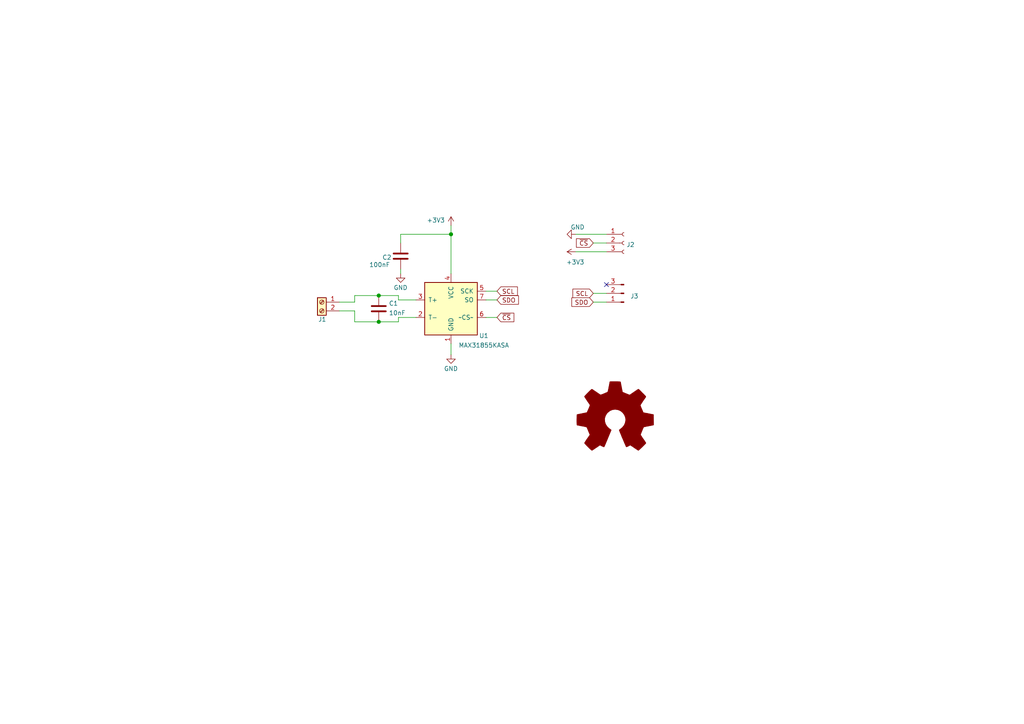
<source format=kicad_sch>
(kicad_sch (version 20210621) (generator eeschema)
  (paper "A4")
  (lib_symbols
    (symbol "Connector:Conn_01x03_Female" (pin_names (offset 1.016) hide)
      (property "Reference" "J" (at 0 5.08 0))
      (property "Value" "Conn_01x03_Female" (at 0 -5.08 0))
      (symbol "Conn_01x03_Female_1_1"
        (arc (start 0 -2.032) (end 0 -3.048) (radius (at 0 -2.54) (length 0.508) (angles 90.1 -90.1)) (stroke (width 0.1524)))
        (arc (start 0 0.508) (end 0 -0.508) (radius (at 0 0) (length 0.508) (angles 90.1 -90.1)) (stroke (width 0.1524)))
        (arc (start 0 3.048) (end 0 2.032) (radius (at 0 2.54) (length 0.508) (angles 90.1 -90.1)) (stroke (width 0.1524)))
        (polyline (pts (xy -1.27 -2.54) (xy -0.508 -2.54)) (stroke (width 0.1524)))
        (polyline (pts (xy -1.27 0) (xy -0.508 0)) (stroke (width 0.1524)))
        (polyline (pts (xy -1.27 2.54) (xy -0.508 2.54)) (stroke (width 0.1524)))
        (pin passive line (at -5.08 2.54 0) (length 3.81) (name "Pin_1") (number "1"))
        (pin passive line (at -5.08 0 0) (length 3.81) (name "Pin_2") (number "2"))
        (pin passive line (at -5.08 -2.54 0) (length 3.81) (name "Pin_3") (number "3"))
      )
    )
    (symbol "Connector:Conn_01x03_Male" (pin_names (offset 1.016) hide)
      (property "Reference" "J" (at 0 5.08 0))
      (property "Value" "Conn_01x03_Male" (at 0 -5.08 0))
      (symbol "Conn_01x03_Male_1_1"
        (rectangle (start 0.8636 -2.413) (end 0 -2.667) (stroke (width 0.1524)) (fill (type outline)))
        (rectangle (start 0.8636 0.127) (end 0 -0.127) (stroke (width 0.1524)) (fill (type outline)))
        (rectangle (start 0.8636 2.667) (end 0 2.413) (stroke (width 0.1524)) (fill (type outline)))
        (polyline (pts (xy 1.27 -2.54) (xy 0.8636 -2.54)) (stroke (width 0.1524)))
        (polyline (pts (xy 1.27 0) (xy 0.8636 0)) (stroke (width 0.1524)))
        (polyline (pts (xy 1.27 2.54) (xy 0.8636 2.54)) (stroke (width 0.1524)))
        (pin passive line (at 5.08 2.54 180) (length 3.81) (name "Pin_1") (number "1"))
        (pin passive line (at 5.08 0 180) (length 3.81) (name "Pin_2") (number "2"))
        (pin passive line (at 5.08 -2.54 180) (length 3.81) (name "Pin_3") (number "3"))
      )
    )
    (symbol "Connector:Screw_Terminal_01x02" (pin_names (offset 1.016) hide)
      (property "Reference" "J" (at 0 2.54 0))
      (property "Value" "Screw_Terminal_01x02" (at 0 -5.08 0))
      (symbol "Screw_Terminal_01x02_1_1"
        (circle (center 0 -2.54) (radius 0.635) (stroke (width 0.1524)))
        (circle (center 0 0) (radius 0.635) (stroke (width 0.1524)))
        (rectangle (start -1.27 1.27) (end 1.27 -3.81) (stroke (width 0.254)) (fill (type background)))
        (polyline (pts (xy -0.5334 -2.2098) (xy 0.3302 -3.048)) (stroke (width 0.1524)))
        (polyline (pts (xy -0.5334 0.3302) (xy 0.3302 -0.508)) (stroke (width 0.1524)))
        (polyline (pts (xy -0.3556 -2.032) (xy 0.508 -2.8702)) (stroke (width 0.1524)))
        (polyline (pts (xy -0.3556 0.508) (xy 0.508 -0.3302)) (stroke (width 0.1524)))
        (pin passive line (at -5.08 0 0) (length 3.81) (name "Pin_1") (number "1"))
        (pin passive line (at -5.08 -2.54 0) (length 3.81) (name "Pin_2") (number "2"))
      )
    )
    (symbol "Device:C" (pin_numbers hide) (pin_names (offset 0.254))
      (property "Reference" "C" (at 0.635 2.54 0))
      (property "Value" "C" (at 0.635 -2.54 0))
      (symbol "C_0_1"
        (polyline (pts (xy -2.032 -0.762) (xy 2.032 -0.762)) (stroke (width 0.508)))
        (polyline (pts (xy -2.032 0.762) (xy 2.032 0.762)) (stroke (width 0.508)))
      )
      (symbol "C_1_1"
        (pin passive line (at 0 3.81 270) (length 2.794) (name "~") (number "1"))
        (pin passive line (at 0 -3.81 90) (length 2.794) (name "~") (number "2"))
      )
    )
    (symbol "Graphic:Logo_Open_Hardware_Large" (pin_names (offset 1.016))
      (symbol "Logo_Open_Hardware_Large_1_1"
        (polyline (pts (xy 6.731 -8.7122) (xy 6.6294 -8.6614) (xy 6.35 -8.4836) (xy 5.9944 -8.255) (xy 5.5372 -7.9502) (xy 5.1054 -7.6454) (xy 4.7498 -7.4168) (xy 4.4958 -7.239) (xy 4.3942 -7.1882) (xy 4.318 -7.2136) (xy 4.1148 -7.3152) (xy 3.81 -7.4676) (xy 3.6322 -7.5692) (xy 3.3528 -7.6708) (xy 3.2258 -7.6962) (xy 3.2004 -7.6708) (xy 3.0988 -7.4676) (xy 2.9464 -7.0866) (xy 2.7178 -6.604) (xy 2.4892 -6.0452) (xy 2.2352 -5.4356) (xy 1.9558 -4.826) (xy 1.7272 -4.2164) (xy 1.4986 -3.683) (xy 1.3208 -3.2512) (xy 1.2192 -2.9464) (xy 1.1684 -2.8194) (xy 1.1938 -2.794) (xy 1.3208 -2.667) (xy 1.5748 -2.4892) (xy 2.0828 -2.0574) (xy 2.6162 -1.397) (xy 2.921 -0.6604) (xy 3.048 0.1524) (xy 2.9464 0.9144) (xy 2.6416 1.6256) (xy 2.1336 2.286) (xy 1.524 2.7686) (xy 0.8128 3.0734) (xy 0 3.175) (xy -0.762 3.0988) (xy -1.4986 2.794) (xy -2.159 2.286) (xy -2.4384 1.9812) (xy -2.8194 1.3208) (xy -3.048 0.6096) (xy -3.0734 0.4318) (xy -3.0226 -0.3556) (xy -2.794 -1.0922) (xy -2.3876 -1.7526) (xy -1.8288 -2.3114) (xy -1.7526 -2.3622) (xy -1.4732 -2.5654) (xy -1.2954 -2.6924) (xy -1.1684 -2.8194) (xy -2.159 -5.207) (xy -2.3114 -5.588) (xy -2.5908 -6.2484) (xy -2.8194 -6.8072) (xy -3.0226 -7.2644) (xy -3.1496 -7.5692) (xy -3.2258 -7.6708) (xy -3.2258 -7.6962) (xy -3.302 -7.6962) (xy -3.4798 -7.6454) (xy -3.8354 -7.4676) (xy -4.0386 -7.366) (xy -4.2926 -7.239) (xy -4.4196 -7.1882) (xy -4.5212 -7.239) (xy -4.7498 -7.3914) (xy -5.1054 -7.6454) (xy -5.5372 -7.9248) (xy -5.9436 -8.2042) (xy -6.3246 -8.4582) (xy -6.604 -8.636) (xy -6.731 -8.7122) (xy -6.7564 -8.7122) (xy -6.858 -8.636) (xy -7.0866 -8.4582) (xy -7.4168 -8.1534) (xy -7.874 -7.6962) (xy -7.9502 -7.62) (xy -8.3312 -7.239) (xy -8.636 -6.9088) (xy -8.8392 -6.6802) (xy -8.9154 -6.5786) (xy -8.9154 -6.5786) (xy -8.8392 -6.4516) (xy -8.6614 -6.1722) (xy -8.4328 -5.7912) (xy -8.128 -5.3594) (xy -7.3152 -4.191) (xy -7.7724 -3.0988) (xy -7.8994 -2.7686) (xy -8.0772 -2.3622) (xy -8.2042 -2.0828) (xy -8.255 -1.9558) (xy -8.382 -1.905) (xy -8.6614 -1.8542) (xy -9.0932 -1.7526) (xy -9.6266 -1.651) (xy -10.1092 -1.5748) (xy -10.541 -1.4732) (xy -10.8712 -1.4224) (xy -11.0236 -1.397) (xy -11.049 -1.3716) (xy -11.0744 -1.2954) (xy -11.0998 -1.143) (xy -11.0998 -0.889) (xy -11.1252 -0.4572) (xy -11.1252 0.1524) (xy -11.1252 0.2286) (xy -11.0998 0.8128) (xy -11.0998 1.27) (xy -11.0744 1.5494) (xy -11.0744 1.6764) (xy -11.0744 1.6764) (xy -10.922 1.7018) (xy -10.6172 1.778) (xy -10.16 1.8542) (xy -9.652 1.9558) (xy -9.6012 1.9812) (xy -9.0932 2.0828) (xy -8.636 2.159) (xy -8.3312 2.2352) (xy -8.2042 2.286) (xy -8.1788 2.3114) (xy -8.0772 2.5146) (xy -7.9248 2.8448) (xy -7.747 3.2512) (xy -7.5692 3.6576) (xy -7.4168 4.0386) (xy -7.3152 4.318) (xy -7.2898 4.445) (xy -7.2898 4.445) (xy -7.366 4.572) (xy -7.5438 4.826) (xy -7.7978 5.207) (xy -8.128 5.6642) (xy -8.128 5.6896) (xy -8.4328 6.1468) (xy -8.6868 6.5278) (xy -8.8392 6.7818) (xy -8.9154 6.9088) (xy -8.9154 6.9088) (xy -8.8138 7.0358) (xy -8.5852 7.2898) (xy -8.255 7.6454) (xy -7.874 8.0264) (xy -7.747 8.1534) (xy -7.3152 8.5852) (xy -7.0104 8.8646) (xy -6.8326 8.9916) (xy -6.731 9.0424) (xy -6.731 9.0424) (xy -6.604 8.9408) (xy -6.3246 8.763) (xy -5.9436 8.509) (xy -5.4864 8.2042) (xy -5.461 8.1788) (xy -5.0038 7.874) (xy -4.6482 7.62) (xy -4.3688 7.4422) (xy -4.2672 7.3914) (xy -4.2418 7.3914) (xy -4.064 7.4422) (xy -3.7338 7.5438) (xy -3.3528 7.6962) (xy -2.9464 7.874) (xy -2.5654 8.0264) (xy -2.286 8.1534) (xy -2.159 8.2296) (xy -2.159 8.2296) (xy -2.1082 8.382) (xy -2.032 8.7122) (xy -1.9304 9.1694) (xy -1.8288 9.7282) (xy -1.8034 9.8044) (xy -1.7018 10.3378) (xy -1.6256 10.7696) (xy -1.5748 11.0744) (xy -1.524 11.2014) (xy -1.4478 11.2268) (xy -1.1938 11.2522) (xy -0.8128 11.2522) (xy -0.3302 11.2522) (xy 0.1524 11.2522) (xy 0.6604 11.2522) (xy 1.0668 11.2268) (xy 1.3716 11.2014) (xy 1.4986 11.176) (xy 1.4986 11.176) (xy 1.5494 11.0236) (xy 1.6256 10.6934) (xy 1.7018 10.2108) (xy 1.8288 9.6774) (xy 1.8288 9.5758) (xy 1.9304 9.0424) (xy 2.032 8.6106) (xy 2.0828 8.3058) (xy 2.1336 8.2042) (xy 2.159 8.1788) (xy 2.3876 8.0772) (xy 2.7432 7.9248) (xy 3.175 7.747) (xy 4.191 7.3406) (xy 5.461 8.2042) (xy 5.5626 8.2804) (xy 6.0198 8.5852) (xy 6.3754 8.8392) (xy 6.6294 8.9916) (xy 6.7564 9.0424) (xy 6.7564 9.0424) (xy 6.8834 8.9408) (xy 7.1374 8.7122) (xy 7.4676 8.382) (xy 7.8486 7.9756) (xy 8.1534 7.6962) (xy 8.4836 7.3406) (xy 8.7122 7.112) (xy 8.8392 6.9596) (xy 8.8646 6.858) (xy 8.8646 6.8072) (xy 8.7884 6.6802) (xy 8.6106 6.4008) (xy 8.3312 6.0198) (xy 8.0264 5.588) (xy 7.7978 5.207) (xy 7.5184 4.8006) (xy 7.3406 4.4958) (xy 7.2898 4.3434) (xy 7.2898 4.2926) (xy 7.3914 4.0386) (xy 7.5184 3.683) (xy 7.7216 3.2258) (xy 8.1534 2.2352) (xy 8.7884 2.1082) (xy 9.1948 2.0574) (xy 9.7536 1.9304) (xy 10.2616 1.8288) (xy 11.0998 1.6764) (xy 11.1252 -1.3208) (xy 10.9982 -1.3716) (xy 10.8712 -1.397) (xy 10.5664 -1.4732) (xy 10.1346 -1.5494) (xy 9.6266 -1.651) (xy 9.1948 -1.7272) (xy 8.7376 -1.8288) (xy 8.4328 -1.8796) (xy 8.2804 -1.905) (xy 8.255 -1.9558) (xy 8.1534 -2.159) (xy 7.9756 -2.5146) (xy 7.8232 -2.921) (xy 7.6454 -3.3274) (xy 7.493 -3.7338) (xy 7.366 -4.0132) (xy 7.3406 -4.191) (xy 7.3914 -4.2926) (xy 7.5692 -4.5466) (xy 7.7978 -4.9276) (xy 8.1026 -5.3594) (xy 8.4074 -5.7912) (xy 8.6614 -6.1722) (xy 8.8138 -6.4262) (xy 8.89 -6.5532) (xy 8.8646 -6.6548) (xy 8.6868 -6.858) (xy 8.3566 -7.1882) (xy 7.874 -7.6708) (xy 7.7978 -7.747) (xy 7.3914 -8.128) (xy 7.0612 -8.4328) (xy 6.8326 -8.636) (xy 6.731 -8.7122)) (fill (type outline)))
      )
    )
    (symbol "Sensor_Temperature:MAX31855KASA" (pin_names (offset 1.016))
      (property "Reference" "U" (at -7.62 8.89 0))
      (property "Value" "MAX31855KASA" (at 1.27 8.89 0))
      (symbol "MAX31855KASA_0_1"
        (rectangle (start -7.62 7.62) (end 7.62 -7.62) (stroke (width 0.254)) (fill (type background)))
      )
      (symbol "MAX31855KASA_1_1"
        (pin power_in line (at 0 -10.16 90) (length 2.54) (name "GND") (number "1"))
        (pin passive line (at -10.16 -2.54 0) (length 2.54) (name "T-") (number "2"))
        (pin passive line (at -10.16 2.54 0) (length 2.54) (name "T+") (number "3"))
        (pin power_in line (at 0 10.16 270) (length 2.54) (name "VCC") (number "4"))
        (pin input line (at 10.16 5.08 180) (length 2.54) (name "SCK") (number "5"))
        (pin input line (at 10.16 -2.54 180) (length 2.54) (name "~CS~") (number "6"))
        (pin tri_state line (at 10.16 2.54 180) (length 2.54) (name "SO") (number "7"))
      )
    )
    (symbol "power:+3.3V" (power) (pin_names (offset 0))
      (property "Value" "+3.3V" (at 0 3.556 0))
      (symbol "+3.3V_0_1"
        (polyline (pts (xy -0.762 1.27) (xy 0 2.54)))
        (polyline (pts (xy 0 0) (xy 0 2.54)))
        (polyline (pts (xy 0 2.54) (xy 0.762 1.27)))
      )
      (symbol "+3.3V_1_1"
        (pin power_in line (at 0 0 90) (length 0) hide (name "+3V3") (number "1"))
      )
    )
    (symbol "power:GND" (power) (pin_names (offset 0))
      (property "Value" "GND" (at 0 -3.81 0))
      (symbol "GND_0_1"
        (polyline (pts (xy 0 0) (xy 0 -1.27) (xy 1.27 -1.27) (xy 0 -2.54) (xy -1.27 -1.27) (xy 0 -1.27)))
      )
      (symbol "GND_1_1"
        (pin power_in line (at 0 0 270) (length 0) hide (name "GND") (number "1"))
      )
    )
  )
  (junction (at 109.855 85.725) (diameter 1.016))
  (junction (at 109.855 93.345) (diameter 1.016))
  (junction (at 130.81 67.945) (diameter 1.016))
  (no_connect (at 175.895 82.55))
  (wire (pts (xy 98.425 87.63) (xy 102.87 87.63)))
  (wire (pts (xy 98.425 90.17) (xy 102.87 90.17)))
  (wire (pts (xy 102.87 85.725) (xy 109.855 85.725)))
  (wire (pts (xy 102.87 87.63) (xy 102.87 85.725)))
  (wire (pts (xy 102.87 90.17) (xy 102.87 93.345)))
  (wire (pts (xy 102.87 93.345) (xy 109.855 93.345)))
  (wire (pts (xy 115.57 85.725) (xy 109.855 85.725)))
  (wire (pts (xy 115.57 86.995) (xy 115.57 85.725)))
  (wire (pts (xy 115.57 92.075) (xy 115.57 93.345)))
  (wire (pts (xy 115.57 93.345) (xy 109.855 93.345)))
  (wire (pts (xy 116.205 67.945) (xy 116.205 70.485)))
  (wire (pts (xy 116.205 78.105) (xy 116.205 79.375)))
  (wire (pts (xy 120.65 86.995) (xy 115.57 86.995)))
  (wire (pts (xy 120.65 92.075) (xy 115.57 92.075)))
  (wire (pts (xy 130.81 65.405) (xy 130.81 67.945)))
  (wire (pts (xy 130.81 67.945) (xy 116.205 67.945)))
  (wire (pts (xy 130.81 79.375) (xy 130.81 67.945)))
  (wire (pts (xy 130.81 99.695) (xy 130.81 102.87)))
  (wire (pts (xy 140.97 84.455) (xy 144.145 84.455)))
  (wire (pts (xy 140.97 86.995) (xy 144.145 86.995)))
  (wire (pts (xy 140.97 92.075) (xy 144.145 92.075)))
  (wire (pts (xy 167.005 67.945) (xy 175.895 67.945)))
  (wire (pts (xy 167.005 73.025) (xy 175.895 73.025)))
  (wire (pts (xy 172.085 70.485) (xy 175.895 70.485)))
  (wire (pts (xy 172.085 85.09) (xy 175.895 85.09)))
  (wire (pts (xy 172.085 87.63) (xy 175.895 87.63)))
  (global_label "SCL" (shape input) (at 144.145 84.455 0) (property "Intersheet References" "${INTERSHEET_REFS}" (effects hide)))
  (global_label "SDO" (shape input) (at 144.145 86.995 0) (property "Intersheet References" "${INTERSHEET_REFS}" (effects hide)))
  (global_label "~{CS}" (shape input) (at 144.145 92.075 0) (property "Intersheet References" "${INTERSHEET_REFS}" (effects hide)))
  (global_label "~{CS}" (shape input) (at 172.085 70.485 180) (property "Intersheet References" "${INTERSHEET_REFS}" (effects hide)))
  (global_label "SCL" (shape input) (at 172.085 85.09 180) (property "Intersheet References" "${INTERSHEET_REFS}" (effects hide)))
  (global_label "SDO" (shape input) (at 172.085 87.63 180) (property "Intersheet References" "${INTERSHEET_REFS}" (effects hide)))
  (symbol (lib_id "power:+3.3V") (at 130.81 65.405 0) (unit 1)
    (property "Reference" "#PWR0101" (effects hide))
    (property "Value" "+3.3V" (at 129.061 63.8811 0) (effects (justify right)))
  )
  (symbol (lib_id "power:+3.3V") (at 167.005 73.025 90) (unit 1)
    (property "Reference" "#PWR0104" (effects hide))
    (property "Value" "+3.3V" (at 164.2111 76.044 90) (effects (justify right)))
  )
  (symbol (lib_id "power:GND") (at 116.205 79.375 0) (unit 1)
    (property "Reference" "#PWR0102" (effects hide))
    (property "Value" "GND" (at 114.144 83.4389 0) (effects (justify left)))
  )
  (symbol (lib_id "power:GND") (at 130.81 102.87 0) (unit 1)
    (property "Reference" "#PWR0103" (effects hide))
    (property "Value" "GND" (at 128.749 106.9339 0) (effects (justify left)))
  )
  (symbol (lib_id "power:GND") (at 167.005 67.945 270) (unit 1)
    (property "Reference" "#PWR0105" (effects hide))
    (property "Value" "GND" (at 165.4811 65.884 90) (effects (justify left)))
  )
  (symbol (lib_id "Connector:Conn_01x03_Male") (at 180.975 85.09 180) (unit 1)
    (property "Reference" "J3" (at 183.9976 85.9006 0))
    (property "Value" "Conn_01x03_Male" (effects hide))
    (property "Footprint" "Connector_PinHeader_1.27mm:PinHeader_1x03_P1.27mm_Vertical" (effects hide))
  )
  (symbol (lib_id "Connector:Conn_01x03_Female") (at 180.975 70.485 0) (unit 1)
    (property "Reference" "J2" (at 181.6863 70.964 0) (effects (justify left)))
    (property "Value" "Conn_01x03_Female" (effects hide))
    (property "Footprint" "Connector_PinSocket_1.27mm:PinSocket_1x03_P1.27mm_Vertical" (effects hide))
  )
  (symbol (lib_id "Connector:Screw_Terminal_01x02") (at 93.345 87.63 0) (mirror y) (unit 1)
    (property "Reference" "J1" (at 93.472 92.6316 0))
    (property "Value" "Screw_Terminal_01x02" (effects hide))
    (property "Footprint" "TerminalBlock_Phoenix:TerminalBlock_Phoenix_PT-1,5-2-3.5-H_1x02_P3.50mm_Horizontal" (effects hide))
  )
  (symbol (lib_id "Device:C") (at 109.855 89.535 0) (unit 1)
    (property "Reference" "C1" (at 112.7761 87.9915 0) (effects (justify left)))
    (property "Value" "10nF" (at 112.7761 90.7666 0) (effects (justify left)))
    (property "Footprint" "Capacitor_SMD:C_0402_1005Metric" (effects hide))
    (property "LCSC" "C15195" (effects hide))
  )
  (symbol (lib_id "Device:C") (at 116.205 74.295 0) (unit 1)
    (property "Reference" "C2" (at 110.8711 74.6565 0) (effects (justify left)))
    (property "Value" "100nF" (at 107.0611 76.7966 0) (effects (justify left)))
    (property "Footprint" "Capacitor_SMD:C_0402_1005Metric" (effects hide))
    (property "LCSC" "C1525" (effects hide))
  )
  (symbol (lib_id "Graphic:Logo_Open_Hardware_Large") (at 178.435 121.92 0) (unit 1) (in_bom no)
    (property "Reference" "#LOGO1" (effects hide))
    (property "Value" "Logo_Open_Hardware_Large" (effects hide))
    (property "Footprint" "Symbol:OSHW-Logo2_14.6x12mm_SilkScreen" (effects hide))
  )
  (symbol (lib_id "Sensor_Temperature:MAX31855KASA") (at 130.81 89.535 0) (unit 1)
    (property "Reference" "U1" (at 140.335 97.3794 0))
    (property "Value" "MAX31855KASA" (at 140.335 100.1545 0))
    (property "Footprint" "Package_SO:SOIC-8_3.9x4.9mm_P1.27mm" (effects hide))
    (property "Datasheet" "http://datasheets.maximintegrated.com/en/ds/MAX31855.pdf" (effects hide))
    (property "LCSC" "C52028" (effects hide))
  )
)
</source>
